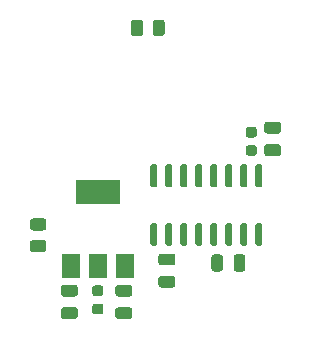
<source format=gbr>
%TF.GenerationSoftware,KiCad,Pcbnew,(5.1.12)-1*%
%TF.CreationDate,2021-12-27T17:53:29+01:00*%
%TF.ProjectId,stm32l-mcu-board,73746d33-326c-42d6-9d63-752d626f6172,rev?*%
%TF.SameCoordinates,Original*%
%TF.FileFunction,Paste,Bot*%
%TF.FilePolarity,Positive*%
%FSLAX46Y46*%
G04 Gerber Fmt 4.6, Leading zero omitted, Abs format (unit mm)*
G04 Created by KiCad (PCBNEW (5.1.12)-1) date 2021-12-27 17:53:29*
%MOMM*%
%LPD*%
G01*
G04 APERTURE LIST*
%ADD10R,1.500000X2.000000*%
%ADD11R,3.800000X2.000000*%
G04 APERTURE END LIST*
D10*
%TO.C,U7*%
X97800000Y-87850000D03*
X93200000Y-87850000D03*
X95500000Y-87850000D03*
D11*
X95500000Y-81550000D03*
%TD*%
%TO.C,C11*%
G36*
G01*
X100875000Y-88700000D02*
X101825000Y-88700000D01*
G75*
G02*
X102075000Y-88950000I0J-250000D01*
G01*
X102075000Y-89450000D01*
G75*
G02*
X101825000Y-89700000I-250000J0D01*
G01*
X100875000Y-89700000D01*
G75*
G02*
X100625000Y-89450000I0J250000D01*
G01*
X100625000Y-88950000D01*
G75*
G02*
X100875000Y-88700000I250000J0D01*
G01*
G37*
G36*
G01*
X100875000Y-86800000D02*
X101825000Y-86800000D01*
G75*
G02*
X102075000Y-87050000I0J-250000D01*
G01*
X102075000Y-87550000D01*
G75*
G02*
X101825000Y-87800000I-250000J0D01*
G01*
X100875000Y-87800000D01*
G75*
G02*
X100625000Y-87550000I0J250000D01*
G01*
X100625000Y-87050000D01*
G75*
G02*
X100875000Y-86800000I250000J0D01*
G01*
G37*
%TD*%
%TO.C,C13*%
G36*
G01*
X108750000Y-76975000D02*
X108250000Y-76975000D01*
G75*
G02*
X108025000Y-76750000I0J225000D01*
G01*
X108025000Y-76300000D01*
G75*
G02*
X108250000Y-76075000I225000J0D01*
G01*
X108750000Y-76075000D01*
G75*
G02*
X108975000Y-76300000I0J-225000D01*
G01*
X108975000Y-76750000D01*
G75*
G02*
X108750000Y-76975000I-225000J0D01*
G01*
G37*
G36*
G01*
X108750000Y-78525000D02*
X108250000Y-78525000D01*
G75*
G02*
X108025000Y-78300000I0J225000D01*
G01*
X108025000Y-77850000D01*
G75*
G02*
X108250000Y-77625000I225000J0D01*
G01*
X108750000Y-77625000D01*
G75*
G02*
X108975000Y-77850000I0J-225000D01*
G01*
X108975000Y-78300000D01*
G75*
G02*
X108750000Y-78525000I-225000J0D01*
G01*
G37*
%TD*%
%TO.C,U6*%
G36*
G01*
X109295000Y-81200000D02*
X108995000Y-81200000D01*
G75*
G02*
X108845000Y-81050000I0J150000D01*
G01*
X108845000Y-79400000D01*
G75*
G02*
X108995000Y-79250000I150000J0D01*
G01*
X109295000Y-79250000D01*
G75*
G02*
X109445000Y-79400000I0J-150000D01*
G01*
X109445000Y-81050000D01*
G75*
G02*
X109295000Y-81200000I-150000J0D01*
G01*
G37*
G36*
G01*
X108025000Y-81200000D02*
X107725000Y-81200000D01*
G75*
G02*
X107575000Y-81050000I0J150000D01*
G01*
X107575000Y-79400000D01*
G75*
G02*
X107725000Y-79250000I150000J0D01*
G01*
X108025000Y-79250000D01*
G75*
G02*
X108175000Y-79400000I0J-150000D01*
G01*
X108175000Y-81050000D01*
G75*
G02*
X108025000Y-81200000I-150000J0D01*
G01*
G37*
G36*
G01*
X106755000Y-81200000D02*
X106455000Y-81200000D01*
G75*
G02*
X106305000Y-81050000I0J150000D01*
G01*
X106305000Y-79400000D01*
G75*
G02*
X106455000Y-79250000I150000J0D01*
G01*
X106755000Y-79250000D01*
G75*
G02*
X106905000Y-79400000I0J-150000D01*
G01*
X106905000Y-81050000D01*
G75*
G02*
X106755000Y-81200000I-150000J0D01*
G01*
G37*
G36*
G01*
X105485000Y-81200000D02*
X105185000Y-81200000D01*
G75*
G02*
X105035000Y-81050000I0J150000D01*
G01*
X105035000Y-79400000D01*
G75*
G02*
X105185000Y-79250000I150000J0D01*
G01*
X105485000Y-79250000D01*
G75*
G02*
X105635000Y-79400000I0J-150000D01*
G01*
X105635000Y-81050000D01*
G75*
G02*
X105485000Y-81200000I-150000J0D01*
G01*
G37*
G36*
G01*
X104215000Y-81200000D02*
X103915000Y-81200000D01*
G75*
G02*
X103765000Y-81050000I0J150000D01*
G01*
X103765000Y-79400000D01*
G75*
G02*
X103915000Y-79250000I150000J0D01*
G01*
X104215000Y-79250000D01*
G75*
G02*
X104365000Y-79400000I0J-150000D01*
G01*
X104365000Y-81050000D01*
G75*
G02*
X104215000Y-81200000I-150000J0D01*
G01*
G37*
G36*
G01*
X102945000Y-81200000D02*
X102645000Y-81200000D01*
G75*
G02*
X102495000Y-81050000I0J150000D01*
G01*
X102495000Y-79400000D01*
G75*
G02*
X102645000Y-79250000I150000J0D01*
G01*
X102945000Y-79250000D01*
G75*
G02*
X103095000Y-79400000I0J-150000D01*
G01*
X103095000Y-81050000D01*
G75*
G02*
X102945000Y-81200000I-150000J0D01*
G01*
G37*
G36*
G01*
X101675000Y-81200000D02*
X101375000Y-81200000D01*
G75*
G02*
X101225000Y-81050000I0J150000D01*
G01*
X101225000Y-79400000D01*
G75*
G02*
X101375000Y-79250000I150000J0D01*
G01*
X101675000Y-79250000D01*
G75*
G02*
X101825000Y-79400000I0J-150000D01*
G01*
X101825000Y-81050000D01*
G75*
G02*
X101675000Y-81200000I-150000J0D01*
G01*
G37*
G36*
G01*
X100405000Y-81200000D02*
X100105000Y-81200000D01*
G75*
G02*
X99955000Y-81050000I0J150000D01*
G01*
X99955000Y-79400000D01*
G75*
G02*
X100105000Y-79250000I150000J0D01*
G01*
X100405000Y-79250000D01*
G75*
G02*
X100555000Y-79400000I0J-150000D01*
G01*
X100555000Y-81050000D01*
G75*
G02*
X100405000Y-81200000I-150000J0D01*
G01*
G37*
G36*
G01*
X100405000Y-86150000D02*
X100105000Y-86150000D01*
G75*
G02*
X99955000Y-86000000I0J150000D01*
G01*
X99955000Y-84350000D01*
G75*
G02*
X100105000Y-84200000I150000J0D01*
G01*
X100405000Y-84200000D01*
G75*
G02*
X100555000Y-84350000I0J-150000D01*
G01*
X100555000Y-86000000D01*
G75*
G02*
X100405000Y-86150000I-150000J0D01*
G01*
G37*
G36*
G01*
X101675000Y-86150000D02*
X101375000Y-86150000D01*
G75*
G02*
X101225000Y-86000000I0J150000D01*
G01*
X101225000Y-84350000D01*
G75*
G02*
X101375000Y-84200000I150000J0D01*
G01*
X101675000Y-84200000D01*
G75*
G02*
X101825000Y-84350000I0J-150000D01*
G01*
X101825000Y-86000000D01*
G75*
G02*
X101675000Y-86150000I-150000J0D01*
G01*
G37*
G36*
G01*
X102945000Y-86150000D02*
X102645000Y-86150000D01*
G75*
G02*
X102495000Y-86000000I0J150000D01*
G01*
X102495000Y-84350000D01*
G75*
G02*
X102645000Y-84200000I150000J0D01*
G01*
X102945000Y-84200000D01*
G75*
G02*
X103095000Y-84350000I0J-150000D01*
G01*
X103095000Y-86000000D01*
G75*
G02*
X102945000Y-86150000I-150000J0D01*
G01*
G37*
G36*
G01*
X104215000Y-86150000D02*
X103915000Y-86150000D01*
G75*
G02*
X103765000Y-86000000I0J150000D01*
G01*
X103765000Y-84350000D01*
G75*
G02*
X103915000Y-84200000I150000J0D01*
G01*
X104215000Y-84200000D01*
G75*
G02*
X104365000Y-84350000I0J-150000D01*
G01*
X104365000Y-86000000D01*
G75*
G02*
X104215000Y-86150000I-150000J0D01*
G01*
G37*
G36*
G01*
X105485000Y-86150000D02*
X105185000Y-86150000D01*
G75*
G02*
X105035000Y-86000000I0J150000D01*
G01*
X105035000Y-84350000D01*
G75*
G02*
X105185000Y-84200000I150000J0D01*
G01*
X105485000Y-84200000D01*
G75*
G02*
X105635000Y-84350000I0J-150000D01*
G01*
X105635000Y-86000000D01*
G75*
G02*
X105485000Y-86150000I-150000J0D01*
G01*
G37*
G36*
G01*
X106755000Y-86150000D02*
X106455000Y-86150000D01*
G75*
G02*
X106305000Y-86000000I0J150000D01*
G01*
X106305000Y-84350000D01*
G75*
G02*
X106455000Y-84200000I150000J0D01*
G01*
X106755000Y-84200000D01*
G75*
G02*
X106905000Y-84350000I0J-150000D01*
G01*
X106905000Y-86000000D01*
G75*
G02*
X106755000Y-86150000I-150000J0D01*
G01*
G37*
G36*
G01*
X108025000Y-86150000D02*
X107725000Y-86150000D01*
G75*
G02*
X107575000Y-86000000I0J150000D01*
G01*
X107575000Y-84350000D01*
G75*
G02*
X107725000Y-84200000I150000J0D01*
G01*
X108025000Y-84200000D01*
G75*
G02*
X108175000Y-84350000I0J-150000D01*
G01*
X108175000Y-86000000D01*
G75*
G02*
X108025000Y-86150000I-150000J0D01*
G01*
G37*
G36*
G01*
X109295000Y-86150000D02*
X108995000Y-86150000D01*
G75*
G02*
X108845000Y-86000000I0J150000D01*
G01*
X108845000Y-84350000D01*
G75*
G02*
X108995000Y-84200000I150000J0D01*
G01*
X109295000Y-84200000D01*
G75*
G02*
X109445000Y-84350000I0J-150000D01*
G01*
X109445000Y-86000000D01*
G75*
G02*
X109295000Y-86150000I-150000J0D01*
G01*
G37*
%TD*%
%TO.C,C15*%
G36*
G01*
X107000000Y-88075000D02*
X107000000Y-87125000D01*
G75*
G02*
X107250000Y-86875000I250000J0D01*
G01*
X107750000Y-86875000D01*
G75*
G02*
X108000000Y-87125000I0J-250000D01*
G01*
X108000000Y-88075000D01*
G75*
G02*
X107750000Y-88325000I-250000J0D01*
G01*
X107250000Y-88325000D01*
G75*
G02*
X107000000Y-88075000I0J250000D01*
G01*
G37*
G36*
G01*
X105100000Y-88075000D02*
X105100000Y-87125000D01*
G75*
G02*
X105350000Y-86875000I250000J0D01*
G01*
X105850000Y-86875000D01*
G75*
G02*
X106100000Y-87125000I0J-250000D01*
G01*
X106100000Y-88075000D01*
G75*
G02*
X105850000Y-88325000I-250000J0D01*
G01*
X105350000Y-88325000D01*
G75*
G02*
X105100000Y-88075000I0J250000D01*
G01*
G37*
%TD*%
%TO.C,C12*%
G36*
G01*
X109825000Y-77550000D02*
X110775000Y-77550000D01*
G75*
G02*
X111025000Y-77800000I0J-250000D01*
G01*
X111025000Y-78300000D01*
G75*
G02*
X110775000Y-78550000I-250000J0D01*
G01*
X109825000Y-78550000D01*
G75*
G02*
X109575000Y-78300000I0J250000D01*
G01*
X109575000Y-77800000D01*
G75*
G02*
X109825000Y-77550000I250000J0D01*
G01*
G37*
G36*
G01*
X109825000Y-75650000D02*
X110775000Y-75650000D01*
G75*
G02*
X111025000Y-75900000I0J-250000D01*
G01*
X111025000Y-76400000D01*
G75*
G02*
X110775000Y-76650000I-250000J0D01*
G01*
X109825000Y-76650000D01*
G75*
G02*
X109575000Y-76400000I0J250000D01*
G01*
X109575000Y-75900000D01*
G75*
G02*
X109825000Y-75650000I250000J0D01*
G01*
G37*
%TD*%
%TO.C,R4*%
G36*
G01*
X99337500Y-67249999D02*
X99337500Y-68150001D01*
G75*
G02*
X99087501Y-68400000I-249999J0D01*
G01*
X98562499Y-68400000D01*
G75*
G02*
X98312500Y-68150001I0J249999D01*
G01*
X98312500Y-67249999D01*
G75*
G02*
X98562499Y-67000000I249999J0D01*
G01*
X99087501Y-67000000D01*
G75*
G02*
X99337500Y-67249999I0J-249999D01*
G01*
G37*
G36*
G01*
X101162500Y-67249999D02*
X101162500Y-68150001D01*
G75*
G02*
X100912501Y-68400000I-249999J0D01*
G01*
X100387499Y-68400000D01*
G75*
G02*
X100137500Y-68150001I0J249999D01*
G01*
X100137500Y-67249999D01*
G75*
G02*
X100387499Y-67000000I249999J0D01*
G01*
X100912501Y-67000000D01*
G75*
G02*
X101162500Y-67249999I0J-249999D01*
G01*
G37*
%TD*%
%TO.C,R2*%
G36*
G01*
X90900001Y-84850000D02*
X89999999Y-84850000D01*
G75*
G02*
X89750000Y-84600001I0J249999D01*
G01*
X89750000Y-84074999D01*
G75*
G02*
X89999999Y-83825000I249999J0D01*
G01*
X90900001Y-83825000D01*
G75*
G02*
X91150000Y-84074999I0J-249999D01*
G01*
X91150000Y-84600001D01*
G75*
G02*
X90900001Y-84850000I-249999J0D01*
G01*
G37*
G36*
G01*
X90900001Y-86675000D02*
X89999999Y-86675000D01*
G75*
G02*
X89750000Y-86425001I0J249999D01*
G01*
X89750000Y-85899999D01*
G75*
G02*
X89999999Y-85650000I249999J0D01*
G01*
X90900001Y-85650000D01*
G75*
G02*
X91150000Y-85899999I0J-249999D01*
G01*
X91150000Y-86425001D01*
G75*
G02*
X90900001Y-86675000I-249999J0D01*
G01*
G37*
%TD*%
%TO.C,C17*%
G36*
G01*
X95750000Y-90400000D02*
X95250000Y-90400000D01*
G75*
G02*
X95025000Y-90175000I0J225000D01*
G01*
X95025000Y-89725000D01*
G75*
G02*
X95250000Y-89500000I225000J0D01*
G01*
X95750000Y-89500000D01*
G75*
G02*
X95975000Y-89725000I0J-225000D01*
G01*
X95975000Y-90175000D01*
G75*
G02*
X95750000Y-90400000I-225000J0D01*
G01*
G37*
G36*
G01*
X95750000Y-91950000D02*
X95250000Y-91950000D01*
G75*
G02*
X95025000Y-91725000I0J225000D01*
G01*
X95025000Y-91275000D01*
G75*
G02*
X95250000Y-91050000I225000J0D01*
G01*
X95750000Y-91050000D01*
G75*
G02*
X95975000Y-91275000I0J-225000D01*
G01*
X95975000Y-91725000D01*
G75*
G02*
X95750000Y-91950000I-225000J0D01*
G01*
G37*
%TD*%
%TO.C,C16*%
G36*
G01*
X92625000Y-91350000D02*
X93575000Y-91350000D01*
G75*
G02*
X93825000Y-91600000I0J-250000D01*
G01*
X93825000Y-92100000D01*
G75*
G02*
X93575000Y-92350000I-250000J0D01*
G01*
X92625000Y-92350000D01*
G75*
G02*
X92375000Y-92100000I0J250000D01*
G01*
X92375000Y-91600000D01*
G75*
G02*
X92625000Y-91350000I250000J0D01*
G01*
G37*
G36*
G01*
X92625000Y-89450000D02*
X93575000Y-89450000D01*
G75*
G02*
X93825000Y-89700000I0J-250000D01*
G01*
X93825000Y-90200000D01*
G75*
G02*
X93575000Y-90450000I-250000J0D01*
G01*
X92625000Y-90450000D01*
G75*
G02*
X92375000Y-90200000I0J250000D01*
G01*
X92375000Y-89700000D01*
G75*
G02*
X92625000Y-89450000I250000J0D01*
G01*
G37*
%TD*%
%TO.C,C14*%
G36*
G01*
X97225000Y-91350000D02*
X98175000Y-91350000D01*
G75*
G02*
X98425000Y-91600000I0J-250000D01*
G01*
X98425000Y-92100000D01*
G75*
G02*
X98175000Y-92350000I-250000J0D01*
G01*
X97225000Y-92350000D01*
G75*
G02*
X96975000Y-92100000I0J250000D01*
G01*
X96975000Y-91600000D01*
G75*
G02*
X97225000Y-91350000I250000J0D01*
G01*
G37*
G36*
G01*
X97225000Y-89450000D02*
X98175000Y-89450000D01*
G75*
G02*
X98425000Y-89700000I0J-250000D01*
G01*
X98425000Y-90200000D01*
G75*
G02*
X98175000Y-90450000I-250000J0D01*
G01*
X97225000Y-90450000D01*
G75*
G02*
X96975000Y-90200000I0J250000D01*
G01*
X96975000Y-89700000D01*
G75*
G02*
X97225000Y-89450000I250000J0D01*
G01*
G37*
%TD*%
M02*

</source>
